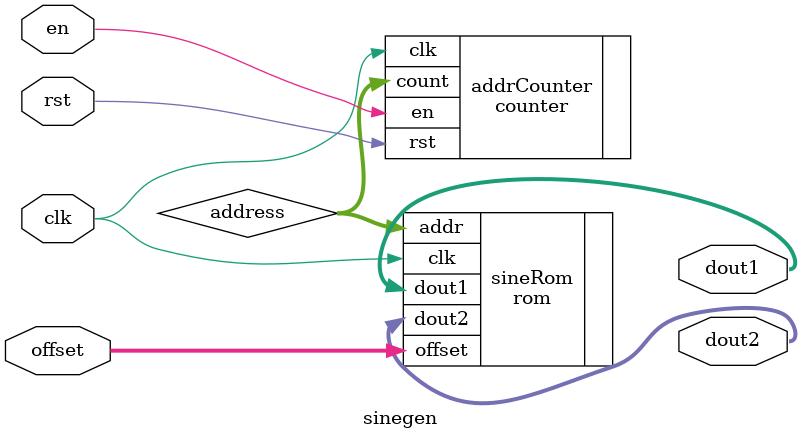
<source format=sv>
module sinegen #(
    parameter A_WIDTH = 8,
              D_WIDTH = 8
)(
    input logic clk,
    input logic rst,
    input logic en,
    input logic [D_WIDTH-1:0] offset,
    output logic [D_WIDTH-1:0] dout1,
    output logic [D_WIDTH-1:0] dout2
);

    logic [A_WIDTH-1:0] address; //interconnect wire

counter addrCounter (
    .clk (clk),
    .rst (rst),
    .en (en),
    .count (address)
);

rom sineRom (
    .clk (clk),
    .addr (address),
    .offset (offset),
    .dout1 (dout1),
    .dout2 (dout2)
);
endmodule

</source>
